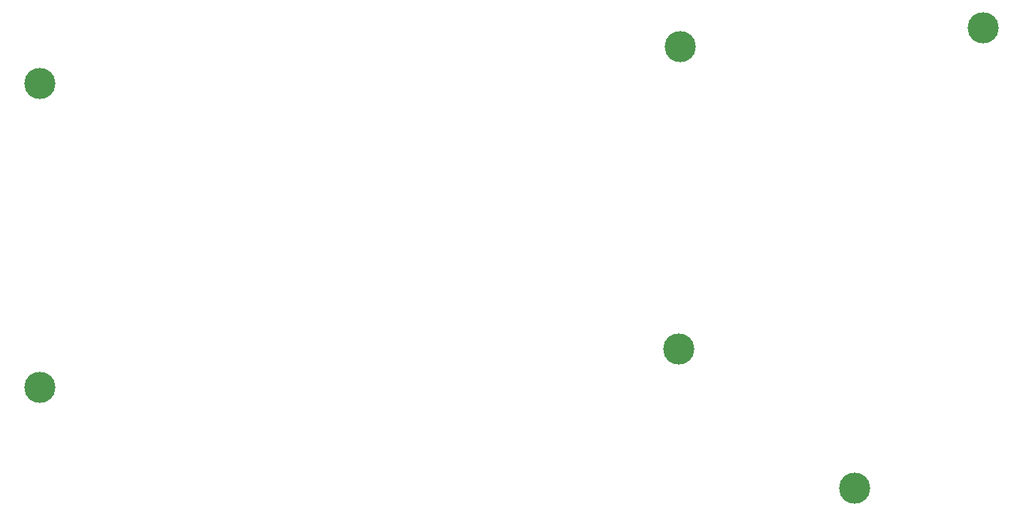
<source format=gbs>
G04 #@! TF.GenerationSoftware,KiCad,Pcbnew,(5.99.0-8557-g8988e46ab1)*
G04 #@! TF.CreationDate,2021-02-21T06:36:03-07:00*
G04 #@! TF.ProjectId,BottomCover,426f7474-6f6d-4436-9f76-65722e6b6963,rev?*
G04 #@! TF.SameCoordinates,PX85099e0PY51bada0*
G04 #@! TF.FileFunction,Soldermask,Bot*
G04 #@! TF.FilePolarity,Negative*
%FSLAX46Y46*%
G04 Gerber Fmt 4.6, Leading zero omitted, Abs format (unit mm)*
G04 Created by KiCad (PCBNEW (5.99.0-8557-g8988e46ab1)) date 2021-02-21 06:36:03*
%MOMM*%
%LPD*%
G01*
G04 APERTURE LIST*
%ADD10C,3.500000*%
G04 APERTURE END LIST*
D10*
X36373000Y-9725000D03*
X-35627000Y20175000D03*
X36473000Y24275000D03*
X70648000Y26400000D03*
X-35627000Y-14025000D03*
X56148000Y-25400000D03*
M02*

</source>
